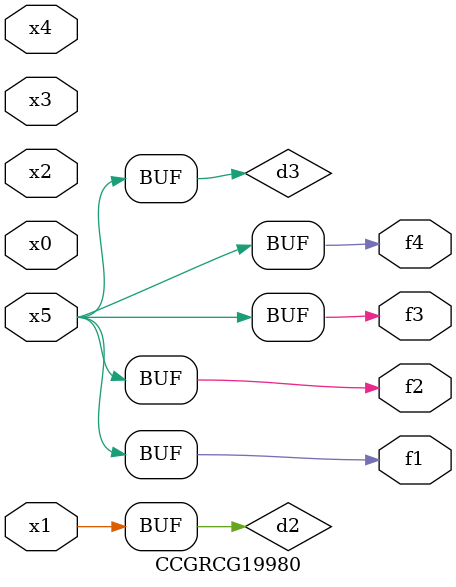
<source format=v>
module CCGRCG19980(
	input x0, x1, x2, x3, x4, x5,
	output f1, f2, f3, f4
);

	wire d1, d2, d3;

	not (d1, x5);
	or (d2, x1);
	xnor (d3, d1);
	assign f1 = d3;
	assign f2 = d3;
	assign f3 = d3;
	assign f4 = d3;
endmodule

</source>
